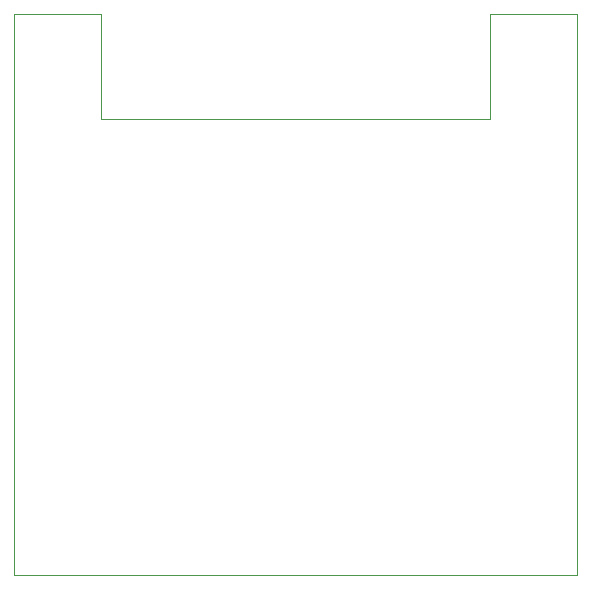
<source format=gbr>
%TF.GenerationSoftware,KiCad,Pcbnew,8.0.8*%
%TF.CreationDate,2025-02-23T10:11:51-08:00*%
%TF.ProjectId,bts7960 adapter,62747337-3936-4302-9061-646170746572,rev?*%
%TF.SameCoordinates,Original*%
%TF.FileFunction,Profile,NP*%
%FSLAX46Y46*%
G04 Gerber Fmt 4.6, Leading zero omitted, Abs format (unit mm)*
G04 Created by KiCad (PCBNEW 8.0.8) date 2025-02-23 10:11:51*
%MOMM*%
%LPD*%
G01*
G04 APERTURE LIST*
%TA.AperFunction,Profile*%
%ADD10C,0.050000*%
%TD*%
G04 APERTURE END LIST*
D10*
X3556000Y-5080000D02*
X36449000Y-5080000D01*
X36449000Y3810000D01*
X43815000Y3810000D01*
X43815000Y-43688000D01*
X-3810000Y-43688000D01*
X-3810000Y3810000D01*
X3556000Y3810000D01*
X3556000Y-5080000D01*
M02*

</source>
